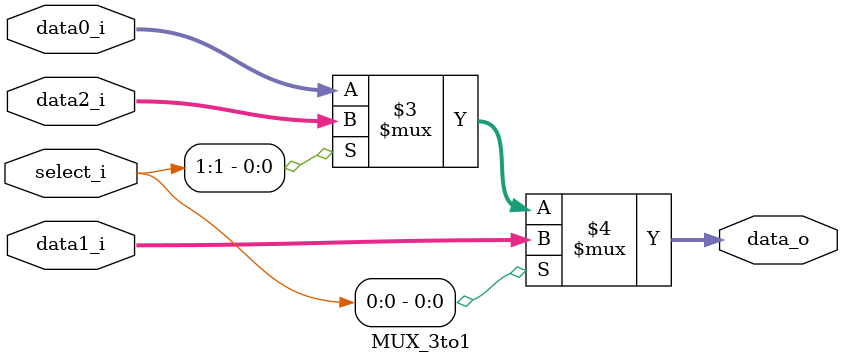
<source format=v>
/***************************************************
Student Name: Lin Jun-Xian, Liu Yu-Ren
Student ID: 0711540, 0712511
***************************************************/

`timescale 1ns/1ps

module MUX_3to1(
	input   	[32-1:0] data0_i,       
	input   	[32-1:0] data1_i,
	input   	[32-1:0] data2_i,
	input       [ 2-1:0] select_i,
	output wire [32-1:0] data_o
               );			   

assign data_o = select_i[0]==0 ? (select_i[1]==0 ? data0_i : data2_i) : data1_i;

endmodule      
          

</source>
